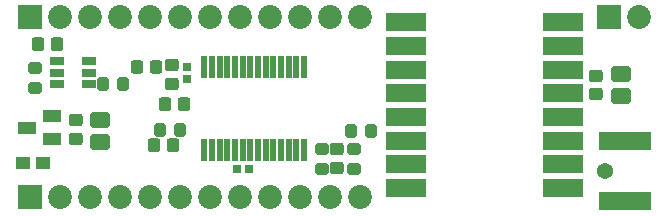
<source format=gts>
G04 DipTrace 4.3.0.1*
G04 LoRa_4808.gts*
%MOIN*%
G04 #@! TF.FileFunction,Soldermask,Top*
G04 #@! TF.Part,Single*
%AMOUTLINE1*
4,1,28,
0.009776,-0.023031,
-0.009773,-0.023032,
-0.012604,-0.02266,
-0.015362,-0.021517,
-0.01773,-0.0197,
-0.019547,-0.017332,
-0.02069,-0.014575,
-0.021062,-0.011744,
-0.021064,0.011742,
-0.020691,0.014573,
-0.019549,0.01733,
-0.017732,0.019699,
-0.015364,0.021516,
-0.012606,0.022658,
-0.009776,0.023031,
0.009773,0.023032,
0.012604,0.02266,
0.015362,0.021517,
0.01773,0.0197,
0.019547,0.017332,
0.02069,0.014575,
0.021062,0.011744,
0.021064,-0.011742,
0.020691,-0.014573,
0.019549,-0.01733,
0.017732,-0.019699,
0.015364,-0.021516,
0.012606,-0.022658,
0.009776,-0.023031,
0*%
%AMOUTLINE4*
4,1,28,
-0.009776,0.023031,
0.009773,0.023032,
0.012604,0.02266,
0.015362,0.021517,
0.01773,0.0197,
0.019547,0.017332,
0.02069,0.014575,
0.021062,0.011744,
0.021064,-0.011742,
0.020691,-0.014573,
0.019549,-0.01733,
0.017732,-0.019699,
0.015364,-0.021516,
0.012606,-0.022658,
0.009776,-0.023031,
-0.009773,-0.023032,
-0.012604,-0.02266,
-0.015362,-0.021517,
-0.01773,-0.0197,
-0.019547,-0.017332,
-0.02069,-0.014575,
-0.021062,-0.011744,
-0.021064,0.011742,
-0.020691,0.014573,
-0.019549,0.01733,
-0.017732,0.019699,
-0.015364,0.021516,
-0.012606,0.022658,
-0.009776,0.023031,
0*%
%AMOUTLINE7*
4,1,28,
0.032874,0.014105,
0.032874,-0.014105,
0.032488,-0.017038,
0.031306,-0.01989,
0.029427,-0.02234,
0.026977,-0.02422,
0.024124,-0.025401,
0.021192,-0.025787,
-0.021192,-0.025787,
-0.024124,-0.025401,
-0.026977,-0.02422,
-0.029427,-0.02234,
-0.031306,-0.01989,
-0.032488,-0.017038,
-0.032874,-0.014105,
-0.032874,0.014105,
-0.032488,0.017038,
-0.031306,0.01989,
-0.029427,0.02234,
-0.026977,0.02422,
-0.024124,0.025401,
-0.021192,0.025787,
0.021192,0.025787,
0.024124,0.025401,
0.026977,0.02422,
0.029427,0.02234,
0.031306,0.01989,
0.032488,0.017038,
0.032874,0.014105,
0*%
%AMOUTLINE10*
4,1,28,
-0.032874,-0.014105,
-0.032874,0.014105,
-0.032488,0.017038,
-0.031306,0.01989,
-0.029427,0.02234,
-0.026977,0.02422,
-0.024124,0.025401,
-0.021192,0.025787,
0.021192,0.025787,
0.024124,0.025401,
0.026977,0.02422,
0.029427,0.02234,
0.031306,0.01989,
0.032488,0.017038,
0.032874,0.014105,
0.032874,-0.014105,
0.032488,-0.017038,
0.031306,-0.01989,
0.029427,-0.02234,
0.026977,-0.02422,
0.024124,-0.025401,
0.021192,-0.025787,
-0.021192,-0.025787,
-0.024124,-0.025401,
-0.026977,-0.02422,
-0.029427,-0.02234,
-0.031306,-0.01989,
-0.032488,-0.017038,
-0.032874,-0.014105,
0*%
%AMOUTLINE13*
4,1,28,
-0.023031,-0.009775,
-0.023031,0.009775,
-0.022659,0.012605,
-0.021517,0.015363,
-0.019699,0.017731,
-0.017331,0.019548,
-0.014574,0.02069,
-0.011743,0.021063,
0.011743,0.021063,
0.014574,0.02069,
0.017331,0.019548,
0.019699,0.017731,
0.021517,0.015363,
0.022659,0.012605,
0.023031,0.009775,
0.023031,-0.009775,
0.022659,-0.012605,
0.021517,-0.015363,
0.019699,-0.017731,
0.017331,-0.019548,
0.014574,-0.02069,
0.011743,-0.021063,
-0.011743,-0.021063,
-0.014574,-0.02069,
-0.017331,-0.019548,
-0.019699,-0.017731,
-0.021517,-0.015363,
-0.022659,-0.012605,
-0.023031,-0.009775,
0*%
%AMOUTLINE16*
4,1,28,
0.023031,0.009775,
0.023031,-0.009775,
0.022659,-0.012605,
0.021517,-0.015363,
0.019699,-0.017731,
0.017331,-0.019548,
0.014574,-0.02069,
0.011743,-0.021063,
-0.011743,-0.021063,
-0.014574,-0.02069,
-0.017331,-0.019548,
-0.019699,-0.017731,
-0.021517,-0.015363,
-0.022659,-0.012605,
-0.023031,-0.009775,
-0.023031,0.009775,
-0.022659,0.012605,
-0.021517,0.015363,
-0.019699,0.017731,
-0.017331,0.019548,
-0.014574,0.02069,
-0.011743,0.021063,
0.011743,0.021063,
0.014574,0.02069,
0.017331,0.019548,
0.019699,0.017731,
0.021517,0.015363,
0.022659,0.012605,
0.023031,0.009775,
0*%
%AMOUTLINE19*
4,1,28,
0.009774,-0.023032,
-0.009775,-0.023031,
-0.012606,-0.022658,
-0.015364,-0.021516,
-0.017732,-0.019699,
-0.019549,-0.017331,
-0.020691,-0.014573,
-0.021063,-0.011742,
-0.021063,0.011744,
-0.02069,0.014574,
-0.019547,0.017332,
-0.01773,0.0197,
-0.015362,0.021517,
-0.012604,0.022659,
-0.009774,0.023032,
0.009775,0.023031,
0.012606,0.022658,
0.015364,0.021516,
0.017732,0.019699,
0.019549,0.017331,
0.020691,0.014573,
0.021063,0.011742,
0.021063,-0.011744,
0.02069,-0.014574,
0.019547,-0.017332,
0.01773,-0.0197,
0.015362,-0.021517,
0.012604,-0.022659,
0.009774,-0.023032,
0*%
%AMOUTLINE22*
4,1,28,
-0.009774,0.023032,
0.009775,0.023031,
0.012606,0.022658,
0.015364,0.021516,
0.017732,0.019699,
0.019549,0.017331,
0.020691,0.014573,
0.021063,0.011742,
0.021063,-0.011744,
0.02069,-0.014574,
0.019547,-0.017332,
0.01773,-0.0197,
0.015362,-0.021517,
0.012604,-0.022659,
0.009774,-0.023032,
-0.009775,-0.023031,
-0.012606,-0.022658,
-0.015364,-0.021516,
-0.017732,-0.019699,
-0.019549,-0.017331,
-0.020691,-0.014573,
-0.021063,-0.011742,
-0.021063,0.011744,
-0.02069,0.014574,
-0.019547,0.017332,
-0.01773,0.0197,
-0.015362,0.021517,
-0.012604,0.022659,
-0.009774,0.023032,
0*%
%AMOUTLINE25*
4,1,28,
0.01437,0.006231,
0.01437,-0.006231,
0.014118,-0.008145,
0.01333,-0.010048,
0.012076,-0.011682,
0.010442,-0.012936,
0.008538,-0.013724,
0.006625,-0.013976,
-0.006625,-0.013976,
-0.008538,-0.013724,
-0.010442,-0.012936,
-0.012076,-0.011682,
-0.01333,-0.010048,
-0.014118,-0.008145,
-0.01437,-0.006231,
-0.01437,0.006231,
-0.014118,0.008145,
-0.01333,0.010048,
-0.012076,0.011682,
-0.010442,0.012936,
-0.008538,0.013724,
-0.006625,0.013976,
0.006625,0.013976,
0.008538,0.013724,
0.010442,0.012936,
0.012076,0.011682,
0.01333,0.010048,
0.014118,0.008145,
0.01437,0.006231,
0*%
%AMOUTLINE28*
4,1,28,
-0.01437,-0.006231,
-0.01437,0.006231,
-0.014118,0.008145,
-0.01333,0.010048,
-0.012076,0.011682,
-0.010442,0.012936,
-0.008538,0.013724,
-0.006625,0.013976,
0.006625,0.013976,
0.008538,0.013724,
0.010442,0.012936,
0.012076,0.011682,
0.01333,0.010048,
0.014118,0.008145,
0.01437,0.006231,
0.01437,-0.006231,
0.014118,-0.008145,
0.01333,-0.010048,
0.012076,-0.011682,
0.010442,-0.012936,
0.008538,-0.013724,
0.006625,-0.013976,
-0.006625,-0.013976,
-0.008538,-0.013724,
-0.010442,-0.012936,
-0.012076,-0.011682,
-0.01333,-0.010048,
-0.014118,-0.008145,
-0.01437,-0.006231,
0*%
%AMOUTLINE31*
4,1,28,
-0.006231,0.01437,
0.006231,0.01437,
0.008145,0.014118,
0.010048,0.01333,
0.011682,0.012076,
0.012936,0.010442,
0.013724,0.008538,
0.013976,0.006625,
0.013976,-0.006625,
0.013724,-0.008538,
0.012936,-0.010442,
0.011682,-0.012076,
0.010048,-0.01333,
0.008145,-0.014118,
0.006231,-0.01437,
-0.006231,-0.01437,
-0.008145,-0.014118,
-0.010048,-0.01333,
-0.011682,-0.012076,
-0.012936,-0.010442,
-0.013724,-0.008538,
-0.013976,-0.006625,
-0.013976,0.006625,
-0.013724,0.008538,
-0.012936,0.010442,
-0.011682,0.012076,
-0.010048,0.01333,
-0.008145,0.014118,
-0.006231,0.01437,
0*%
%AMOUTLINE34*
4,1,28,
0.006231,-0.01437,
-0.006231,-0.01437,
-0.008145,-0.014118,
-0.010048,-0.01333,
-0.011682,-0.012076,
-0.012936,-0.010442,
-0.013724,-0.008538,
-0.013976,-0.006625,
-0.013976,0.006625,
-0.013724,0.008538,
-0.012936,0.010442,
-0.011682,0.012076,
-0.010048,0.01333,
-0.008145,0.014118,
-0.006231,0.01437,
0.006231,0.01437,
0.008145,0.014118,
0.010048,0.01333,
0.011682,0.012076,
0.012936,0.010442,
0.013724,0.008538,
0.013976,0.006625,
0.013976,-0.006625,
0.013724,-0.008538,
0.012936,-0.010442,
0.011682,-0.012076,
0.010048,-0.01333,
0.008145,-0.014118,
0.006231,-0.01437,
0*%
%AMOUTLINE49*
4,1,28,
0.009381,-0.023031,
-0.00938,-0.023032,
-0.012211,-0.022659,
-0.014969,-0.021517,
-0.017337,-0.0197,
-0.019154,-0.017332,
-0.020296,-0.014574,
-0.020669,-0.011744,
-0.02067,0.011743,
-0.020297,0.014573,
-0.019155,0.017331,
-0.017338,0.019699,
-0.01497,0.021516,
-0.012212,0.022659,
-0.009381,0.023031,
0.00938,0.023032,
0.012211,0.022659,
0.014969,0.021517,
0.017337,0.0197,
0.019154,0.017332,
0.020296,0.014574,
0.020669,0.011744,
0.02067,-0.011743,
0.020297,-0.014573,
0.019155,-0.017331,
0.017338,-0.019699,
0.01497,-0.021516,
0.012212,-0.022659,
0.009381,-0.023031,
0*%
%AMOUTLINE52*
4,1,28,
-0.009381,0.023031,
0.00938,0.023032,
0.012211,0.022659,
0.014969,0.021517,
0.017337,0.0197,
0.019154,0.017332,
0.020296,0.014574,
0.020669,0.011744,
0.02067,-0.011743,
0.020297,-0.014573,
0.019155,-0.017331,
0.017338,-0.019699,
0.01497,-0.021516,
0.012212,-0.022659,
0.009381,-0.023031,
-0.00938,-0.023032,
-0.012211,-0.022659,
-0.014969,-0.021517,
-0.017337,-0.0197,
-0.019154,-0.017332,
-0.020296,-0.014574,
-0.020669,-0.011744,
-0.02067,0.011743,
-0.020297,0.014573,
-0.019155,0.017331,
-0.017338,0.019699,
-0.01497,0.021516,
-0.012212,0.022659,
-0.009381,0.023031,
0*%
%AMOUTLINE55*
4,1,28,
0.008594,-0.023031,
-0.008594,-0.023031,
-0.011118,-0.022699,
-0.013591,-0.021675,
-0.015715,-0.020045,
-0.017344,-0.017922,
-0.018368,-0.015449,
-0.018701,-0.012924,
-0.018701,0.012924,
-0.018368,0.015449,
-0.017344,0.017922,
-0.015715,0.020045,
-0.013591,0.021675,
-0.011118,0.022699,
-0.008594,0.023031,
0.008594,0.023031,
0.011118,0.022699,
0.013591,0.021675,
0.015715,0.020045,
0.017344,0.017922,
0.018368,0.015449,
0.018701,0.012924,
0.018701,-0.012924,
0.018368,-0.015449,
0.017344,-0.017922,
0.015715,-0.020045,
0.013591,-0.021675,
0.011118,-0.022699,
0.008594,-0.023031,
0*%
%AMOUTLINE58*
4,1,28,
-0.008594,0.023031,
0.008594,0.023031,
0.011118,0.022699,
0.013591,0.021675,
0.015715,0.020045,
0.017344,0.017922,
0.018368,0.015449,
0.018701,0.012924,
0.018701,-0.012924,
0.018368,-0.015449,
0.017344,-0.017922,
0.015715,-0.020045,
0.013591,-0.021675,
0.011118,-0.022699,
0.008594,-0.023031,
-0.008594,-0.023031,
-0.011118,-0.022699,
-0.013591,-0.021675,
-0.015715,-0.020045,
-0.017344,-0.017922,
-0.018368,-0.015449,
-0.018701,-0.012924,
-0.018701,0.012924,
-0.018368,0.015449,
-0.017344,0.017922,
-0.015715,0.020045,
-0.013591,0.021675,
-0.011118,0.022699,
-0.008594,0.023031,
0*%
%AMOUTLINE61*
4,1,28,
-0.023031,-0.008594,
-0.023031,0.008594,
-0.022699,0.011118,
-0.021675,0.013591,
-0.020045,0.015715,
-0.017922,0.017344,
-0.015449,0.018368,
-0.012924,0.018701,
0.012924,0.018701,
0.015449,0.018368,
0.017922,0.017344,
0.020045,0.015715,
0.021675,0.013591,
0.022699,0.011118,
0.023031,0.008594,
0.023031,-0.008594,
0.022699,-0.011118,
0.021675,-0.013591,
0.020045,-0.015715,
0.017922,-0.017344,
0.015449,-0.018368,
0.012924,-0.018701,
-0.012924,-0.018701,
-0.015449,-0.018368,
-0.017922,-0.017344,
-0.020045,-0.015715,
-0.021675,-0.013591,
-0.022699,-0.011118,
-0.023031,-0.008594,
0*%
%AMOUTLINE64*
4,1,28,
0.023031,0.008594,
0.023031,-0.008594,
0.022699,-0.011118,
0.021675,-0.013591,
0.020045,-0.015715,
0.017922,-0.017344,
0.015449,-0.018368,
0.012924,-0.018701,
-0.012924,-0.018701,
-0.015449,-0.018368,
-0.017922,-0.017344,
-0.020045,-0.015715,
-0.021675,-0.013591,
-0.022699,-0.011118,
-0.023031,-0.008594,
-0.023031,0.008594,
-0.022699,0.011118,
-0.021675,0.013591,
-0.020045,0.015715,
-0.017922,0.017344,
-0.015449,0.018368,
-0.012924,0.018701,
0.012924,0.018701,
0.015449,0.018368,
0.017922,0.017344,
0.020045,0.015715,
0.021675,0.013591,
0.022699,0.011118,
0.023031,0.008594,
0*%
%ADD44R,0.047244X0.027559*%
%ADD46R,0.019685X0.074803*%
%ADD48R,0.059055X0.043307*%
%ADD52C,0.079528*%
%ADD54R,0.079528X0.079528*%
%ADD56R,0.173937X0.063937*%
%ADD58C,0.053937*%
%ADD60R,0.133858X0.059055*%
%ADD62R,0.047244X0.043307*%
%ADD69OUTLINE1*%
%ADD72OUTLINE4*%
%ADD75OUTLINE7*%
%ADD78OUTLINE10*%
%ADD81OUTLINE13*%
%ADD84OUTLINE16*%
%ADD87OUTLINE19*%
%ADD90OUTLINE22*%
%ADD93OUTLINE25*%
%ADD96OUTLINE28*%
%ADD99OUTLINE31*%
%ADD102OUTLINE34*%
%ADD117OUTLINE49*%
%ADD120OUTLINE52*%
%ADD123OUTLINE55*%
%ADD126OUTLINE58*%
%ADD129OUTLINE61*%
%ADD132OUTLINE64*%
%FSLAX26Y26*%
G04*
G70*
G90*
G75*
G01*
G04 TopMask*
%LPD*%
D69*
X582677Y381890D3*
D72*
X519685Y381887D3*
D75*
X303150Y326772D3*
D78*
Y255906D3*
D81*
X1956693Y413386D3*
D84*
Y476378D3*
D78*
X2039370Y409449D3*
D75*
Y480315D3*
D87*
X547244Y244093D3*
D90*
X484252Y244096D3*
D69*
X161417Y582678D3*
D72*
X98425Y582676D3*
D84*
X224409Y326772D3*
D81*
Y263780D3*
D93*
X594488Y503937D3*
D96*
Y463780D3*
D84*
X543308Y511811D3*
D81*
X543309Y448819D3*
D99*
X759843Y165354D3*
D102*
X800000D3*
D84*
X1094488Y230118D3*
D81*
Y167126D3*
D62*
X47244Y185039D3*
X114173D3*
D60*
X1322834Y653543D3*
X1322837Y574803D3*
X1322839Y496062D3*
X1322841Y417322D3*
X1322844Y338582D3*
X1322846Y259842D3*
X1322848Y181102D3*
X1322851Y102362D3*
X1846473Y102377D3*
X1846470Y181117D3*
X1846468Y259857D3*
X1846466Y338598D3*
X1846463Y417338D3*
X1846461Y496078D3*
X1846459Y574818D3*
X1846456Y653558D3*
D58*
X1988543Y157479D3*
D56*
X2052740Y57480D3*
X2052735Y257480D3*
D54*
X70866Y70866D3*
D52*
X170866Y70869D3*
X270866Y70872D3*
X370866Y70875D3*
X470866Y70877D3*
X570866Y70880D3*
X670866Y70883D3*
X770866Y70886D3*
X870866Y70889D3*
X970866Y70892D3*
X1070866Y70895D3*
X1170866Y70898D3*
D54*
X70866Y670866D3*
D52*
X170866Y670869D3*
X270866Y670872D3*
X370866Y670875D3*
X470866Y670877D3*
X570866Y670880D3*
X670866Y670883D3*
X770866Y670886D3*
X870866Y670889D3*
X970866Y670892D3*
X1070866Y670895D3*
X1170866Y670898D3*
D54*
X2000000Y670866D3*
D52*
X2100000D3*
D117*
X492126Y503936D3*
D120*
X427953Y503935D3*
D48*
X59055Y303149D3*
X145668Y340554D3*
X145671Y265751D3*
D123*
X1208661Y291339D3*
D126*
X1142126D3*
D129*
X1149606Y165354D3*
D132*
Y231890D3*
D129*
X1043307Y165354D3*
D132*
Y231890D3*
D123*
X570866Y295276D3*
D126*
X504331Y295275D3*
D123*
X381890Y448819D3*
D126*
X315354D3*
D132*
X88384Y501773D3*
D129*
X88388Y435238D3*
D46*
X984252Y503937D3*
X958661Y503935D3*
X933070Y503933D3*
X907480Y503931D3*
X881889Y503930D3*
X856299Y503928D3*
X830708Y503926D3*
X805118Y503924D3*
X779527Y503923D3*
X753937Y503921D3*
X728346Y503919D3*
X702755Y503917D3*
X677165Y503915D3*
X651574Y503914D3*
X651594Y228323D3*
X677184Y228325D3*
X702775Y228327D3*
X728365Y228328D3*
X753956Y228330D3*
X779546Y228332D3*
X805137Y228334D3*
X830727Y228336D3*
X856318Y228337D3*
X881909Y228339D3*
X907499Y228341D3*
X933090Y228343D3*
X958680Y228344D3*
X984271Y228346D3*
D44*
X161417Y523622D3*
Y486220D3*
Y448819D3*
X267717D3*
Y486220D3*
Y523622D3*
M02*

</source>
